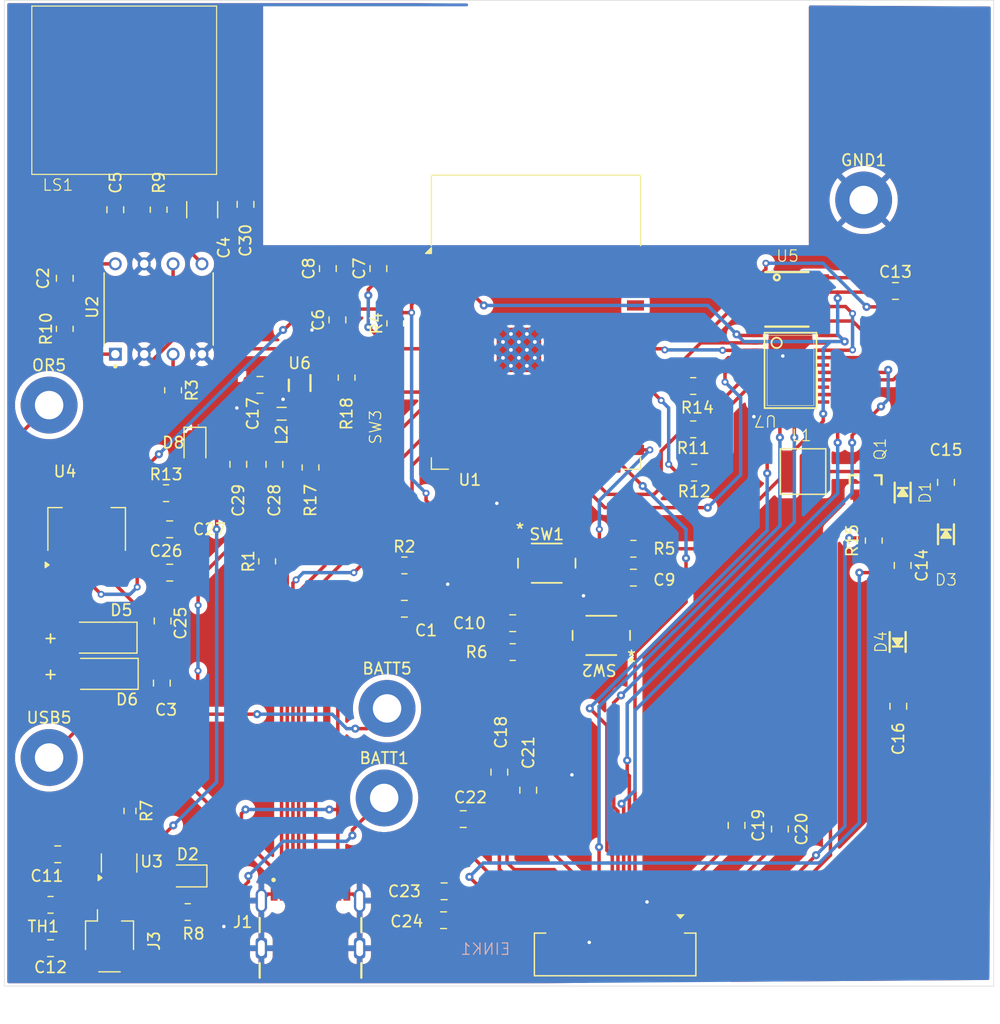
<source format=kicad_pcb>
(kicad_pcb (version 20240108) (generator "pcbnew") (generator_version "8.0")
  (layers (0 "F.Cu" signal) (31 "B.Cu" signal) (34 "B.Paste" user) (35 "F.Paste" user) (36 "B.SilkS" user "B.Silkscreen") (37 "F.SilkS" user "F.Silkscreen") (38 "B.Mask" user) (39 "F.Mask" user) (44 "Edge.Cuts" user))
  (net 0 "")
  (net 1 "GND")
  (net 2 "+5V")
  (net 3 "Net-(C2-Pad2)")
  (net 4 "Net-(C2-Pad1)")
  (net 5 "Net-(C5-Pad1)")
  (net 6 "CHIP_PU")
  (net 7 "+3.3V")
  (net 8 "GPIO0")
  (net 9 "/BATTERY")
  (net 10 "/VGH")
  (net 11 "Net-(L1-1)")
  (net 12 "Net-(C15-Pad2)")
  (net 13 "/VGL")
  (net 14 "Net-(EINK1-VPP)")
  (net 15 "Net-(EINK1-VSH2)")
  (net 16 "Net-(EINK1-VGL{slash}NC)")
  (net 17 "Net-(EINK1-VDD)")
  (net 18 "Net-(EINK1-VSH1)")
  (net 19 "Net-(EINK1-VSL)")
  (net 20 "Net-(EINK1-VCOM)")
  (net 21 "Net-(D2-A)")
  (net 22 "Net-(D8-A)")
  (net 23 "/RESE")
  (net 24 "/BUSY")
  (net 25 "/MOSI_3V")
  (net 26 "/DC_3V")
  (net 27 "/RESET_3V")
  (net 30 "/GDR")
  (net 31 "/DISPCS_3V")
  (net 32 "/SCLK_3V")
  (net 33 "D+")
  (net 35 "D-")
  (net 36 "Net-(J1-CC1)")
  (net 38 "Net-(J1-CC2)")
  (net 39 "Audio")
  (net 40 "Net-(U3-ISET)")
  (net 41 "Net-(R10-Pad1)")
  (net 42 "/SRAMCS")
  (net 43 "Net-(U1-IO48)")
  (net 44 "Net-(U1-IO38)")
  (net 45 "/RESET")
  (net 46 "/DISPCS")
  (net 47 "Net-(U1-IO39)")
  (net 48 "Net-(SW3A-A)")
  (net 49 "Net-(SW3A-B)")
  (net 50 "Net-(U3-TS)")
  (net 53 "/MOSI")
  (net 54 "/SCLK")
  (net 55 "/DC")
  (net 56 "/MISO")
  (net 77 "/SRAMCS_3V")
  (net 82 "/BATTERY5")
  (net 83 "Net-(U6-FB)")
  (net 85 "Net-(U6-SW)")
  (net 86 "Net-(C30-Pad1)")
  (net 87 "Net-(C30-Pad2)")
  (net 88 "/USB5")
  (footprint "Capacitor_SMD:C_0805_2012Metric" (layer "F.Cu") (at 103.2 100.77 90)
    (property "Reference" "C25")
    (property "Value" "0.1uF" (hide yes))
  )
  (footprint "Capacitor_SMD:C_0805_2012Metric" (layer "F.Cu") (at 117.729 69.784 90)
    (property "Reference" "C8")
    (property "Value" "10uF" (hide yes))
  )
  (footprint "Capacitor_SMD:C_0805_2012Metric" (layer "F.Cu") (at 144.5975 96.96)
    (property "Reference" "C9")
    (property "Value" "0.1uF" (hide yes))
  )
  (footprint "Resistor_SMD:R_0805_2012Metric" (layer "F.Cu") (at 102.85 64.61 90)
    (property "Reference" "R9")
    (property "Value" "10" (hide yes))
  )
  (footprint "Capacitor_SMD:C_0805_2012Metric" (layer "F.Cu") (at 124.46 99.695)
    (property "Reference" "C1")
    (property "Value" "10uF" (hide yes))
  )
  (footprint "MountingHole:MountingHole_2.5mm_Pad" (layer "F.Cu") (at 93.218 81.788)
    (property "Reference" "OR5")
    (property "Value" "TestPoint" (hide yes))
  )
  (footprint "Package_TO_SOT_SMD:SOT-223-3_TabPin2" (layer "F.Cu") (at 96.52 92.71 90)
    (property "Reference" "U4")
    (property "Value" "AMS1117-1.5" (hide yes))
  )
  (footprint "Resistor_SMD:R_0805_2012Metric" (layer "F.Cu") (at 105.41 126.365)
    (property "Reference" "R8")
    (property "Value" "1.5k" (hide yes))
  )
  (footprint "Resistor_SMD:R_0805_2012Metric" (layer "F.Cu") (at 149.86 80.11 180)
    (property "Reference" "R14")
    (property "Value" "100K" (hide yes))
  )
  (footprint "Adafruit Display Components:PTS810_CNK" (layer "F.Cu") (at 136.9775 95.69)
    (property "Reference" "SW1")
    (property "Value" "PTS810 SJM 250 SMTR LFS" (hide yes))
  )
  (footprint "Adafruit Display Components:LM386" (layer "F.Cu") (at 102.85 73.34 90)
    (property "Reference" "U2")
    (property "Value" "LM386" (hide yes))
  )
  (footprint "MountingHole:MountingHole_2.5mm_Pad" (layer "F.Cu") (at 93.218 112.776)
    (property "Reference" "USB5")
    (property "Value" "TestPoint" (hide yes))
  )
  (footprint "Capacitor_SMD:C_0805_2012Metric" (layer "F.Cu") (at 111.76 80.01 180)
    (property "Reference" "C17")
    (property "Value" "10uF")
  )
  (footprint "Capacitor_SMD:C_0805_2012Metric" (layer "F.Cu") (at 99.04 64.61 -90)
    (property "Reference" "C5")
    (property "Value" "0.05uF" (hide yes))
  )
  (footprint "Resistor_SMD:R_0805_2012Metric" (layer "F.Cu") (at 112.395 95.5275 90)
    (property "Reference" "R1")
    (property "Value" "5.1k" (hide yes))
  )
  (footprint "Capacitor_SMD:C_0805_2012Metric" (layer "F.Cu") (at 157.48 119.065 -90)
    (property "Reference" "C20")
    (property "Value" "1uF" (hide yes))
  )
  (footprint "Capacitor_SMD:C_0805_2012Metric" (layer "F.Cu") (at 94.595 70.64 -90)
    (property "Reference" "C2")
    (property "Value" "10uF" (hide yes))
  )
  (footprint "Resistor_SMD:R_0805_2012Metric" (layer "F.Cu") (at 94.595 75.085 90)
    (property "Reference" "R10")
    (property "Value" "1.2k" (hide yes))
  )
  (footprint "Package_TO_SOT_SMD:SOT-23-6" (layer "F.Cu") (at 99.375 122.0525 90)
    (property "Reference" "U3")
    (property "Value" "BQ21040DBV" (hide yes))
  )
  (footprint "Adafruit Display Components:74LCX245" (layer "F.Cu") (at 165.8294 78.9262 -90)
    (property "Reference" "U7")
    (property "Value" "74LCX245" (hide yes))
  )
  (footprint "Resistor_SMD:R_0805_2012Metric" (layer "F.Cu") (at 124.46 95.885)
    (property "Reference" "R2")
    (property "Value" "5.1k" (hide yes))
  )
  (footprint "Resistor_SMD:R_0805_2012Metric" (layer "F.Cu") (at 133.985 103.505)
    (property "Reference" "R6")
    (property "Value" "10k" (hide yes))
  )
  (footprint "Resistor_SMD:R_0805_2012Metric" (layer "F.Cu") (at 119.38 79.375 90)
    (property "Reference" "R18")
    (property "Value" "100k")
  )
  (footprint "Connector_JST:JST_SH_SM02B-SRSS-TB_1x02-1MP_P1.00mm_Horizontal" (layer "F.Cu") (at 98.53 128.935)
    (property "Reference" "J3")
    (property "Value" "Conn_01x02_Socket" (hide yes))
  )
  (footprint "Smart-Wallet-Footprints:DRL0006A" (layer "F.Cu") (at 115.25 80.05 -90)
    (property "Reference" "U6")
    (property "Value" "TPS61023DRLR")
  )
  (footprint "Capacitor_SMD:C_0805_2012Metric" (layer "F.Cu") (at 127.905 127.08)
    (property "Reference" "C24")
    (property "Value" "1uF" (hide yes))
  )
  (footprint "Diode_SMD:D_SOD-128" (layer "F.Cu") (at 97.79 102.235 180)
    (property "Reference" "D5")
    (property "Value" "D_Schottky" (hide yes))
  )
  (footprint "Resistor_SMD:R_0805_2012Metric" (layer "F.Cu") (at 104.12 80.485 -90)
    (property "Reference" "R3")
    (property "Value" "10k" (hide yes))
  )
  (footprint "Adafruit Display Components:EINK_24PIN" (layer "F.Cu") (at 144.59 135.965 180)
    (property "Reference" "EINK1")
    (property "Value" "EINK_24PIN_CONNECTOR" (hide yes))
  )
  (footprint "Adafruit Display Components:Inductor L1" (layer "F.Cu") (at 160.015 92.83 180)
    (property "Reference" "L1")
    (property "Value" "10uH" (hide yes))
  )
  (footprint "Capacitor_SMD:C_0805_2012Metric" (layer "F.Cu") (at 153.67 118.745 -90)
    (property "Reference" "C19")
    (property "Value" "1uF" (hide yes))
  )
  (footprint "Capacitor_SMD:C_0805_2012Metric" (layer "F.Cu") (at 93.345 129.54 180)
    (property "Reference" "C12")
    (property "Value" "1uF" (hide yes))
  )
  (footprint "Resistor_SMD:R_0805_2012Metric" (layer "F.Cu") (at 123.66 74.605 90)
    (property "Reference" "R4")
    (property "Value" "10k" (hide yes))
  )
  (footprint "Capacitor_SMD:C_0805_2012Metric" (layer "F.Cu") (at 103.13 106.23 -90)
    (property "Reference" "C3")
    (property "Value" "10uF" (hide yes))
  )
  (footprint "MountingHole:MountingHole_2.5mm_Pad" (layer "F.Cu") (at 122.682 116.332)
    (property "Reference" "BATT1")
    (property "Value" "TestPoint" (hide yes))
  )
  (footprint "Adafruit Display Components:MBR0530" (layer "F.Cu") (at 172.775 89.68 -90)
    (property "Reference" "D1")
    (property "Value" "MBR0530" (hide yes))
  )
  (footprint "Adafruit Display Components:MBR0530" (layer "F.Cu") (at 163.3362 102.416 90)
    (property "Reference" "D4")
    (property "Value" "MBR0530" (hide yes))
  )
  (footprint "Capacitor_SMD:C_0805_2012Metric" (layer "F.Cu") (at 118.57 74.295 -90)
    (property "Reference" "C6")
    (property "Value" "1uF" (hide yes))
  )
  (footprint "Diode_SMD:D_SOD-128" (layer "F.Cu") (at 97.89 105.42 180)
    (property "Reference" "D6")
    (property "Value" "D_Schottky" (hide yes))
  )
  (footprint "Capacitor_SMD:C_0805_2012Metric" (layer "F.Cu") (at 167.64 71.755)
    (property "Reference" "C13")
    (property "Value" "1uF" (hide yes))
  )
  (footprint "MountingHole:MountingHole_2.5mm_Pad" (layer "F.Cu") (at 122.936 108.458)
    (property "Reference" "BATT5")
    (property "Value" "TestPoint" (hide yes))
  )
  (footprint "Resistor_SMD:R_0805_2012Metric" (layer "F.Cu") (at 144.5975 94.42 180)
    (property "Reference" "R5")
    (property "Value" "10k" (hide yes))
  )
  (footprint "LED_SMD:LED_0805_2012Metric" (layer "F.Cu") (at 105.41 123.19 180)
    (property "Reference" "D2")
    (property "Value" "LED" (hide yes))
  )
  (footprint "Capacitor_SMD:C_0805_2012Metric" (layer "F.Cu") (at 167.894 108.27 -90)
    (property "Reference" "C16")
    (property "Value" "1uF" (hide yes))
  )
  (footprint "Capacitor_SMD:C_0805_2012Metric" (layer "F.Cu") (at 113.03 86.995 -90)
    (property "Reference" "C28")
    (property "Value" "22uF")
  )
  (footprint "Capacitor_SMD:C_0805_2012Metric" (layer "F.Cu") (at 103.82 92.71)
    (property "Reference" "C27")
    (property "Value" "0.1uF" (hide yes))
  )
  (footprint "Capacitor_SMD:C_0805_2012Metric" (layer "F.Cu") (at 127.955 124.54)
    (property "Reference" "C23")
    (property "Value" "1uF" (hide yes))
  )
  (footprint "Capacitor_SMD:C_0805_2012Metric" (layer "F.Cu") (at 109.855 86.995 -90)
    (property "Reference" "C29")
    (property "Value" "22uF")
  )
  (footprint "LED_SMD:LED_0805_2012Metric" (layer "F.Cu") (at 106.045 85.4225 -90)
    (property "Reference" "D8")
    (property "Value" "LED" (hide yes))
  )
  (footprint "MountingHole:MountingHole_2.5mm_Pad" (layer "F.Cu") (at 164.846 63.754)
    (property "Reference" "GND1")
    (property "Value" "TestPoint" (hide yes))
  )
  (footprint "Capacitor_SMD:C_0805_2012Metric" (layer "F.Cu") (at 172.085 88.58 -90)
    (property "Reference" "C15")
    (property "Value" "10uF" (hide yes))
  )
  (footprint "Resistor_SMD:R_0805_2012Metric" (layer "F.Cu") (at 93.345 125.73 180)
    (property "Reference" "TH1")
    (property "Value" "Thermistor_NTC" (hide yes))
  )
  (footprint "Capacitor_SMD:C_0805_2012Metric" (layer "F.Cu") (at 122.174 69.784 90)
    (property "Reference" "C7")
    (property "Value" "0.1 uF" (hide yes))
  )
  (footprint "Capacitor_SMD:C_0805_2012Metric" (layer "F.Cu") (at 103.825 96.52)
    (property "Reference" "C26")
    (property "Value" "10uF" (hide yes))
  )
  (footprint "Inductor_SMD:L_0805_2012Metric" (layer "F.Cu") (at 113.665 82.55)
    (property "Reference" "L2")
    (property "Value" "1uH")
  )
  (footprint "Resistor_SMD:R_0805_2012Metric" (layer "F.Cu") (at 116.205 87.2725 90)
    (property "Reference" "R17")
    (property "Value" "732k")
  )
  (footprint "RF_Module:ESP32-S3-WROOM-1" (layer "F.Cu") (at 136.03 74.475)
    (property "Reference" "U1")
    (property "Value" "ESP32-S3-WROOM-1" (hide yes))
  )
  (footprint "Adafruit Display Components:Q1 IRLML0100" (layer "F.Cu") (at 164.6945 82.382)
    (property "Reference" "Q1")
    (property "Value" "IRLML0100" (hide yes))
  )
  (footprint "Adafruit Display Components:PTS810_CNK" (layer "F.Cu") (at 141.775 102.04 180)
    (property "Reference" "SW2")
    (property "Value" "PTS810 SJM 250 SMTR LFS" (hide yes))
  )
  (footprint "Capacitor_SMD:C_0805_2012Metric" (layer "F.Cu") (at 110.49 64.135 90)
    (property "Reference" "C30")
    (property "Value" "100uF")
  )
  (footprint "Adafruit Display Components:23k256" (layer "F.Cu") (at 165.878 72.633 -90)
    (property "Reference" "U5")
    (property "Value" "23K256-I/SN" (hide yes))
  )
  (footprint "Resistor_SMD:R_0805_2012Metric" (layer "F.Cu") (at 103.505 89.535)
    (property "Reference" "R13")
    (property "Value" "3.6" (hide yes))
  )
  (footprint "Smart-Wallet-Footprints:USB4105-GF-A_GCT" (layer "F.Cu") (at 116.205 129.54)
    (property "Reference" "J1")
    (property "Value" "USB4105-GF-A")
  )
  (footprint "Capacitor_SMD:C_0805_2012Metric" (layer "F.Cu") (at 168.275 95.885 -90)
    (property "Reference" "C14")
    (property "Value" "1uF" (hide yes))
  )
  (footprint "Capacitor_SMD:C_1210_3225Metric" (layer "F.Cu") (at 106.68 64.61 -90)
    (property "Reference" "C4")
    (property "Value" "150uF")
  )
  (footprint "Resistor_SMD:R_0603_1608Metric" (layer "F.Cu") (at 100.33 117.475 90)
    (property "Reference" "R7")
    (property "Value" "1.35k" (hide yes))
  )
  (footprint "Resistor_SMD:R_0805_2012Metric" (layer "F.Cu") (at 149.94 87.73 180)
    (property "Reference" "R12")
    (property "Value" "100K" (hide yes))
  )
  (footprint "Capacitor_SMD:C_0805_2012Metric" (layer "F.Cu") (at 135.35 115.65 -90)
    (property "Reference" "C21")
    (property "Value" "1uF" (hide yes))
  )
  (footprint "Capacitor_SMD:C_0805_2012Metric" (layer "F.Cu") (at 133.985 100.965 180)
    (property "Reference" "C10")
    (property "Value" "0.1uF" (hide yes))
  )
  (footprint "Smart-Wallet-Footprints:CMS-151504 Speaker" (layer "F.Cu") (at 99.822 54.102)
    (property "Reference" "LS1")
    (property "Value" "Speaker" (hide yes))
  )
  (footprint "Capacitor_SMD:C_0805_2012Metric" (layer "F.Cu") (at 132.81 114.06 -90)
    (property "Reference" "C18")
    (property "Value" "1uF" (hide yes))
  )
  (footprint "Capacitor_SMD:C_0805_2012Metric" (layer "F.Cu") (at 129.635 118.19)
    (property "Reference" "C22")
    (property "Value" "1uF" (hide yes))
  )
  (footprint "Adafruit Display Components:MBR0530" (layer "F.Cu") (at 176.585 93.346 -90)
    (property "Reference" "D3")
    (property "Value" "MBR0530" (hide yes))
  )
  (footprint "Capacitor_SMD:C_0805_2012Metric" (layer "F.Cu") (at 93.98 121.285 180)
    (property "Reference" "C11")
    (property "Value" "1uF" (hide yes))
  )
  (footprint "Resistor_SMD:R_0805_2012Metric" (layer "F.Cu") (at 149.86 83.92 180)
    (property "Reference" "R11")
    (property "Value" "100K" (hide yes))
  )
  (footprint "Resistor_SMD:R_0805_2012Metric" (layer "F.Cu") (at 165.735 93.7025 -90)
    (property "Reference" "R15")
    (property "Value" "0.47ohm" (hide yes))
  )
  (footprint "Smart-Wallet-Footprints:MISM-7LR-6-10 REED" (layer "F.Cu") (at 121.92 83.82 -90)
    (property "Reference" "SW3")
    (property "Value" "SW_DPST_x2" (hide yes))
  )
  (gr_rect (start 89.2846 46.1937) (end 176.276 132.8763) (stroke (width 0.05)) (fill none) (layer "Edge.Cuts"))
  (gr_text "+" (at 93.345 102.235 0) (layer "F.SilkS") (effects (font (size 1 1))))
  (gr_text "+" (at 93.345 105.41 0) (layer "F.SilkS") (effects (font (size 1 1))))
  (segment (start 145.24 127.715) (end 145.24 126.032) (width 0.3048) (layer "F.Cu") (net 1))
  (segment (start 112.46 124.785) (end 111.885 125.36) (width 0.3048) (layer "F.Cu") (net 1))
  (segment (start 119.95 124.785) (end 120.525 125.36) (width 0.3048) (layer "F.Cu") (net 1))
  (segment (start 143.85 103.115) (end 144.535 103.115) (width 0.3048) (layer "F.Cu") (net 1))
  (segment (start 145.24 126.032) (end 145.796 125.476) (width 0.3048) (layer "F.Cu") (net 1))
  (segment (start 140.74 127.715) (end 140.74 129.008) (width 0.3048) (layer "F.Cu") (net 1))
  (segment (start 133.6075 96.765) (end 134.9025 96.765) (width 0.3048) (layer "F.Cu") (net 1))
  (segment (start 114.750001 80.790001) (end 114.281999 80.790001) (width 0.3048) (layer "F.Cu") (net 1))
  (segment (start 145.796 125.476) (end 145.669 125.603) (width 0.3048) (layer "F.Cu") (net 1))
  (segment (start 145.415 101.6) (end 144.78 100.965) (width 0.3048) (layer "F.Cu") (net 1))
  (segment (start 133.1675 95.69) (end 133.1675 96.325) (width 0.3048) (layer "F.Cu") (net 1))
  (segment (start 119.405 124.785) (end 119.95 124.785) (width 0.3048) (layer "F.Cu") (net 1))
  (segment (start 114.281999 80.790001) (end 113.792 81.28) (width 0.3048) (layer "F.Cu") (net 1))
  (segment (start 144.78 100.965) (end 143.85 100.965) (width 0.3048) (layer "F.Cu") (net 1))
  (segment (start 133.1675 96.325) (end 133.6075 96.765) (width 0.3048) (layer "F.Cu") (net 1))
  (segment (start 161.33 76.315) (end 158.889 76.315) (width 0.3048) (layer "F.Cu") (net 1))
  (segment (start 134.2425 94.615) (end 133.1675 95.69) (width 0.3048) (layer "F.Cu") (net 1))
  (segment (start 144.535 103.115) (end 145.415 102.235) (width 0.3048) (layer "F.Cu") (net 1))
  (segment (start 145.415 102.235) (end 145.415 101.6) (width 0.3048) (layer "F.Cu") (net 1))
  (segment (start 158.889 76.315) (end 157.734 77.47) (width 0.3048) (layer "F.Cu") (net 1))
  (segment (start 140.74 129.008) (end 140.716 129.032) (width 0.3048) (layer "F.Cu") (net 1))
  (segment (start 113.005 124.785) (end 112.46 124.785) (width 0.3048) (layer "F.Cu") (net 1))
  (segment (start 134.9025 94.615) (end 134.2425 94.615) (width 0.3048) (layer "F.Cu") (net 1))
  (via (at 139.192 114.3) (size 0.7112) (drill 0.3048) (layers "F.Cu" "B.Cu") (net 1))
  (via (at 132.588 90.424) (size 0.7112) (drill 0.3048) (layers "F.Cu" "B.Cu") (net 1))
  (via (at 157.734 77.47) (size 0.7112) (drill 0.3048) (layers "F.Cu" "B.Cu") (net 1))
  (via (at 116.332 75.184) (size 0.7112) (drill 0.3048) (layers "F.Cu" "B.Cu") (net 1))
  (via (at 155.194 82.804) (size 0.7112) (drill 0.3048) (layers "F.Cu" "B.Cu") (net 1))
  (via (at 145.796 125.476) (size 0.7112) (drill 0.3048) (layers "F.Cu" "B.Cu") (net 1))
  (via (at 140.208 98.552) (size 0.7112) (drill 0.3048) (layers "F.Cu" "B.Cu") (net 1))
  (via (at 128.27 97.536) (size 0.7112) (drill 0.3048) (layers "F.Cu" "B.Cu") (net 1))
  (via (at 109.728 82.042) (size 0.7112) (drill 0.3048) (layers "F.Cu" "B.Cu") (net 1))
  (via (at 113.792 81.28) (size 0.7112) (drill 0.3048) (layers "F.Cu" "B.Cu") (net 1))
  (via (at 108.585 127.635) (size 0.7112) (drill 0.3048) (layers "F.Cu" "B.Cu") (net 1))
  (via (at 140.716 129.032) (size 0.7112) (drill 0.3048) (layers "F.Cu" "B.Cu") (net 1))
  (segment (start 113.792 81.28) (end 110.49 81.28) (width 0.3048) (layer "B.Cu") (net 1))
  (segment (start 110.49 81.28) (end 109.728 82.042) (width 0.3048) (layer "B.Cu") (net 1))
  (segment (start 99.055 96.095) (end 98.82 95.86) (width 0.3048) (layer "F.Cu") (net 2))
  (segment (start 103.2 105.21) (end 103.13 105.28) (width 0.3048) (layer "F.Cu") (net 2))
  (segment (start 98.935 97.455) (end 103.2 101.72) (width 0.3048) (layer "F.Cu") (net 2))
  (segment (start 90.932 96.52) (end 93.98 99.568) (width 0.3048) (layer "F.Cu") (net 2))
  (segment (start 104.12 76.043996) (end 104.112008 76.043996) (width 0.3048) (layer "F.Cu") (net 2))
  (segment (start 99.99 102.235) (end 101.6 102.235) (width 0.3048) (layer "F.Cu") (net 2))
  (segment (start 90.932 84.074) (end 90.932 96.52) (width 0.3048) (layer "F.Cu") (net 2))
  (segment (start 97.323 99.568) (end 99.99 102.235) (width 0.3048) (layer "F.Cu") (net 2))
  (segment (start 94.2898 91.3298) (end 94.2898 87.376) (width 0.3048) (layer "F.Cu") (net 2))
  (segment (start 101.6 105.42) (end 102.99 105.42) (width 0.3048) (layer "F.Cu") (net 2))
  (segment (start 104.12 69.37) (end 104.12 76.043996) (width 0.3048) (layer "F.Cu") (net 2))
  (segment (start 98.82 95.86) (end 94.2898 91.3298) (width 0.3048) (layer "F.Cu") (net 2))
  (segment (start 102.99 105.42) (end 103.13 105.28) (width 0.3048) (layer "F.Cu") (net 2))
  (segment (start 94.2898 87.3202) (end 94.2898 87.376) (width 0.3048) (layer "F.Cu") (net 2))
  (segment (start 104.112008 76.043996) (end 102.362 77.794004) (width 0.3048) (layer "F.Cu") (net 2))
  (segment (start 102.685 102.235) (end 103.2 101.72) (width 0.3048) (layer "F.Cu") (net 2))
  (segment (start 100.09 105.42) (end 101.6 105.42) (width 0.3048) (layer "F.Cu") (net 2))
  (segment (start 103.2 101.72) (end 103.2 105.21) (width 0.3048) (layer "F.Cu") (net 2))
  (segment (start 98.82 95.86) (end 98.935 95.975) (width 0.3048) (layer "F.Cu") (net 2))
  (segment (start 93.218 81.788) (end 90.932 84.074) (width 0.3048) (layer "F.Cu") (net 2))
  (segment (start 101.6 102.235) (end 102.685 102.235) (width 0.3048) (layer "F.Cu") (net 2))
  (segment (start 93.98 99.568) (end 97.323 99.568) (width 0.3048) (layer "F.Cu") (net 2))
  (segment (start 101.6 102.235) (end 101.6 105.42) (width 0.3048) (layer "F.Cu") (net 2))
  (segment (start 99.99 102.235) (end 100.09 102.335) (width 0.3048) (layer "F.Cu") (net 2))
  (segment (start 92.456 82.296) (end 91.44 83.312) (width 0.3048) (layer "F.Cu") (net 2))
  (segment (start 98.935 95.975) (end 98.935 97.455) (width 0.3048) (layer "F.Cu") (net 2))
  (segment (start 102.362 77.794004) (end 102.362 79.248) (width 0.3048) (layer "F.Cu") (net 2))
  (segment (start 102.362 79.248) (end 94.2898 87.3202) (width 0.3048) (layer "F.Cu") (net 2))
  (segment (start 94.595 74.1725) (end 94.595 71.59) (width 0.3048) (layer "F.Cu") (net 3))
  (segment (start 94.915 69.37) (end 94.595 69.69) (width 0.3048) (layer "F.Cu") (net 4))
  (segment (start 99.04 69.37) (end 94.915 69.37) (width 0.3048) (layer "F.Cu") (net 4))
  (segment (start 99.0775 63.6975) (end 99.04 63.66) (width 0.3048) (layer "F.Cu") (net 5))
  (segment (start 102.85 63.6975) (end 99.0775 63.6975) (width 0.3048) (layer "F.Cu") (net 5))
  (segment (start 136.525 103.505) (end 134.8975 103.505) (width 0.3048) (layer "F.Cu") (net 6))
  (segment (start 131.445 95.25) (end 126.365 90.17) (width 0.3048) (layer "F.Cu") (net 6))
  (segment (start 137.795 101.6) (end 137.795 102.235) (width 0.3048) (layer "F.Cu") (net 6))
  (segment (start 125.095 72.936) (end 126.276 71.755) (width 0.3048) (layer "F.Cu") (net 6))
  (segment (start 138.43 100.965) (end 137.795 101.6) (width 0.3048) (layer "F.Cu") (net 6))
  (segment (start 123.6925 73.66) (end 123.66 73.6925) (width 0.3048) (layer "F.Cu") (net 6))
  (segment (start 139.7 100.965) (end 138.43 100.965) (width 0.3048) (layer "F.Cu") (net 6))
  (segment (start 138.675 103.115) (end 139.7 103.115) (width 0.3048) (layer "F.Cu") (net 6))
  (segment (start 137.795 102.235) (end 136.525 103.505) (width 0.3048) (layer "F.Cu") (net 6))
  (segment (start 132.08 98.425) (end 131.445 97.79) (width 0.3048) (layer "F.Cu") (net 6))
  (segment (start 126.365 90.17) (end 126.365 89.535) (width 0.3048) (layer "F.Cu") (net 6))
  (segment (start 131.445 97.79) (end 131.445 95.25) (width 0.3048) (layer "F.Cu") (net 6))
  (segment (start 134.62 98.425) (end 132.08 98.425) (width 0.3048) (layer "F.Cu") (net 6))
  (segment (start 137.795 102.235) (end 138.675 103.115) (width 0.3048) (layer "F.Cu") (net 6))
  (segment (start 118.57 73.345) (end 123.3125 73.345) (width 0.3048) (layer "F.Cu") (net 6))
  (segment (start 125.095 73.66) (end 125.095 72.936) (width 0.3048) (layer "F.Cu") (net 6))
  (segment (start 123.3125 73.345) (end 123.66 73.6925) (width 0.3048) (layer "F.Cu") (net 6))
  (segment (start 137.795 101.6) (end 135.57 101.6) (width 0.3048) (layer "F.Cu") (net 6))
  (segment (start 135.57 101.6) (end 134.935 100.965) (width 0.3048) (layer "F.Cu") (net 6))
  (segment (start 125.095 73.66) (end 123.6925 73.66) (width 0.3048) (layer "F.Cu") (net 6))
  (segment (start 137.795 101.6) (end 134.62 98.425) (width 0.3048) (layer "F.Cu") (net 6))
  (segment (start 126.276 71.755) (end 127.28 71.755) (width 0.3048) (layer "F.Cu") (net 6))
  (via (at 125.095 73.66) (size 0.6096) (drill 0.3048) (layers "F.Cu" "B.Cu") (net 6))
  (via (at 126.365 89.535) (size 0.6096) (drill 0.3048) (layers "F.Cu" "B.Cu") (net 6))
  (segment (start 125.095 88.265) (end 125.095 73.66) (width 0.3048) (layer "B.Cu") (net 6))
  (segment (start 126.365 89.535) (end 125.095 88.265) (width 0.3048) (layer "B.Cu") (net 6))
  (segment (start 122.174 70.734) (end 127.031 70.734) (width 0.3048) (layer "F.Cu") (net 7))
  (segment (start 101.346 87.63) (end 102.87 86.106) (width 0.3048) (layer "F.Cu") (net 7))
  (segment (start 100.965 92.71) (end 100.965 89.535) (width 0.3048) (layer "F.Cu") (net 7))
  (segment (start 100.33 86.995) (end 97.155 86.995) (width 0.3048) (layer "F.Cu") (net 7))
  (segment (start 158.115 87.63) (end 158.115 86.38) (width 0.3048) (layer "F.Cu") (net 7))
  (segment (start 144.7173 95.2127) (end 145.51 94.42) (width 0.3048) (layer "F.Cu") (net 7))
  (segment (start 100.965 96.52) (end 100.965 92.71) (width 0.3048) (layer "F.Cu") (net 7))
  (segment (start 100.965 89.535) (end 100.965 87.63) (width 0.3048) (layer "F.Cu") (net 7))
  (segment (start 100.965 97.79) (end 100.965 96.52) (width 0.3048) (layer "F.Cu") (net 7))
  (segment (start 160.695 71.855) (end 162.56 71.855) (width 0.3048) (layer "F.Cu") (net 7))
  (segment (start 141.74 125.3727) (end 141.74 127.715) (width 0.3048) (layer "F.Cu") (net 7))
  (segment (start 134.1027 104.5352) (end 139.8128 104.5352) (width 0.3048) (layer "F.Cu") (net 7))
  (segment (start 166.59 71.855) (end 166.69 71.755) (width 0.3048) (layer "F.Cu") (net 7))
  (segment (start 141.24 127.08) (end 141.24 124.8727) (width 0.3048) (layer "F.Cu") (net 7))
  (segment (start 100.965 87.63) (end 100.33 86.995) (width 0.3048) (layer "F.Cu") (net 7))
  (segment (start 121.285 72.136) (end 121.285 71.623) (width 0.3048) (layer "F.Cu") (net 7))
  (segment (start 163.17785 76.2) (end 162.64285 75.665) (width 0.3048) (layer "F.Cu") (net 7))
  (segment (start 161.29 83.205) (end 161.29 82.55) (width 0.3048) (layer "F.Cu") (net 7))
  (segment (start 121.8725 75.5175) (end 121.285 74.93) (width 0.3048) (layer "F.Cu") (net 7))
  (segment (start 137.7323 121.365) (end 141.24 124.8727) (width 0.3048) (layer "F.Cu") (net 7))
  (segment (start 117.729 70.734) (end 117.729 71.321) (width 0.3048) (layer "F.Cu") (net 7))
  (segment (start 127.031 70.734) (end 127.28 70.485) (width 0.3048) (layer "F.Cu") (net 7))
  (segment (start 131.445 73.025) (end 128.905 70.485) (width 0.3048) (layer "F.Cu") (net 7))
  (segment (start 142.9991 101.3489) (end 142.9991 99.160854) (width 0.3048) (layer "F.Cu") (net 7))
  (segment (start 97.155 86.995) (end 96.52 87.63) (width 0.3048) (layer "F.Cu") (net 7))
  (segment (start 121.285 71.623) (end 122.174 70.734) (width 0.3048) (layer "F.Cu") (net 7))
  (segment (start 165.52 70.585) (end 166.69 71.755) (width 0.3048) (layer "F.Cu") (net 7))
  (segment (start 117.729 70.734) (end 122.174 70.734) (width 0.3048) (layer "F.Cu") (net 7))
  (segment (start 162.64285 75.665) (end 161.33 75.665) (width 0.3048) (layer "F.Cu") (net 7))
  (segment (start 142.9991 99.160854) (end 144.7173 97.442654) (width 0.3048) (layer "F.Cu") (net 7))
  (segment (start 117.729 71.321) (end 113.866 75.184) (width 0.3048) (layer "F.Cu") (net 7))
  (segment (start 133.0725 103.505) (end 137.7323 108.1648) (width 0.3048) (layer "F.Cu") (net 7))
  (segment (start 139.8128 104.5352) (end 142.9991 101.3489) (width 0.3048) (layer "F.Cu") (net 7))
  (segment (start 141.24 124.8727) (end 141.74 125.3727) (width 0.3048) (layer "F.Cu") (net 7))
  (segment (start 158.115 86.38) (end 161.29 83.205) (width 0.3048) (layer "F.Cu") (net 7))
  (segment (start 100.965 87.63) (end 101.346 87.63) (width 0.3048) (layer "F.Cu") (net 7))
  (segment (start 153.77 75.665) (end 153.67 75.565) (width 0.3048) (layer "F.Cu") (net 7))
  (segment (start 102.5925 89.535) (end 100.965 89.535) (width 0.3048) (layer "F.Cu") (net 7))
  (segment (start 113.866 75.184) (end 113.792 75.184) (width 0.3048) (layer "F.Cu") (net 7))
  (segment (start 155.4944 75.665) (end 153.77 75.665) (width 0.3048) (layer "F.Cu") (net 7))
  (segment (start 145.51 94.42) (end 151.325 94.42) (width 0.3048) (layer "F.Cu") (net 7))
  (segment (start 144.7173 97.442654) (end 144.7173 95.2127) (width 0.3048) (layer "F.Cu") (net 7))
  (segment (start 133.0725 103.505) (end 134.1027 104.5352) (width 0.3048) (layer "F.Cu") (net 7))
  (segment (start 123.66 75.5175) (end 121.8725 75.5175) (width 0.3048) (layer "F.Cu") (net 7))
  (segment (start 137.7323 108.1648) (end 137.7323 121.365) (width 0.3048) (layer "F.Cu") (net 7))
  (segment (start 128.905 70.485) (end 127.28 70.485) (width 0.3048) (layer "F.Cu") (net 7))
  (segment (start 162.56 71.855) (end 166.59 71.855) (width 0.3048) (layer "F.Cu") (net 7))
  (segment (start 96.52 87.63) (end 96.52 89.56) (width 0.3048) (layer "F.Cu") (net 7))
  (segment (start 160.695 70.585) (end 165.52 70.585) (width 0.3048) (layer "F.Cu") (net 7))
  (segment (start 162.56 71.855) (end 162.56 72.39) (width 0.3048) (layer "F.Cu") (net 7))
  (segment (start 96.52 95.86) (end 96.52 97.155) (width 0.3048) (layer "F.Cu") (net 7))
  (segment (start 103.19 92.71) (end 100.965 92.71) (width 0.3048) (layer "F.Cu") (net 7))
  (segment (start 102.875 96.52) (end 100.965 96.52) (width 0.3048) (layer "F.Cu") (net 7))
  (segment (start 151.325 94.42) (end 158.115 87.63) (width 0.3048) (layer "F.Cu") (net 7))
  (segment (start 96.52 97.155) (end 97.79 98.425) (width 0.3048) (layer "F.Cu") (net 7))
  (via (at 121.285 74.93) (size 0.7112) (drill 0.3048) (layers "F.Cu" "B.Cu") (net 7))
  (via (at 153.67 75.565) (size 0.7112) (drill 0.3048) (layers "F.Cu" "B.Cu") (net 7))
  (via (at 102.87 86.106) (size 0.7112) (drill 0.3048) (layers "F.Cu" "B.Cu") (net 7))
  (via (at 163.17785 76.2) (size 0.7112) (drill 0.3048) (layers "F.Cu" "B.Cu") (net 7))
  (via (at 113.792 75.184) (size 0.7112) (drill 0.3048) (layers "F.Cu" "B.Cu") (net 7))
  (via (at 131.445 73.025) (size 0.7112) (drill 0.3048) (layers "F.Cu" "B.Cu") (net 7))
  (via (at 97.79 98.425) (size 0.6096) (drill 0.3048) (layers "F.Cu" "B.Cu") (net 7))
  (via (at 161.29 82.55) (size 0.7112) (drill 0.3048) (layers "F.Cu" "B.Cu") (net 7))
  (via (at 121.285 72.136) (size 0.7112) (drill 0.3048) (layers "F.Cu" "B.Cu") (net 7))
  (via (at 162.56 72.39) (size 0.7112) (drill 0.3048) (layers "F.Cu" "B.Cu") (net 7))
  (via (at 100.965 97.79) (size 0.6096) (drill 0.3048) (layers "F.Cu" "B.Cu") (net 7))
  (segment (start 153.67 75.565) (end 151.13 73.025) (width 0.3048) (layer "B.Cu") (net 7))
  (segment (start 162.56 75.58215) (end 163.17785 76.2) (width 0.3048) (layer "B.Cu") (net 7))
  (segment (start 161.29 76.835) (end 161.925 76.2) (width 0.3048) (layer "B.Cu") (net 7))
  (segment (start 163.17785 76.2) (end 161.925 76.2) (width 0.3048) (layer "B.Cu") (net 7))
  (segment (start 154.305 76.2) (end 153.67 75.565) (width 0.3048) (layer "B.Cu") (net 7))
  (segment (start 162.56 72.39) (end 162.56 75.58215) (width 0.3048) (layer "B.Cu") (net 7))
  (segment (start 102.87 86.106) (end 113.792 75.184) (width 0.3048) (layer "B.Cu") (net 7))
  (segment (start 121.285 74.93) (end 121.285 72.136) (width 0.3048) (layer "B.Cu") (net 7))
  (segment (start 161.925 76.2) (end 154.305 76.2) (width 0.3048) (layer "B.Cu") (net 7))
  (segment (start 97.79 98.425) (end 100.33 98.425) (width 0.3048) (layer "B.Cu") (net 7))
  (segment (start 161.29 82.55) (end 161.29 76.835) (width 0.3048) (layer "B.Cu") (net 7))
  (segment (start 163.195 76.18285) (end 163.17785 76.2) (width 0.3048) (layer "B.Cu") (net 7))
  (segment (start 100.33 98.425) (end 100.965 97.79) (width 0.3048) (layer "B.Cu") (net 7))
  (segment (start 151.13 73.025) (end 131.445 73.025) (width 0.3048) (layer "B.Cu") (net 7))
  (segment (start 139.0525 96.765) (end 140.3475 96.765) (width 0.3048) (layer "F.Cu") (net 8))
  (segment (start 140.7875 96.325) (end 140.7875 95.055) (width 0.3048) (layer "F.Cu") (net 8))
  (segment (start 141.605 92.71) (end 141.605 94.2375) (width 0.3048) (layer "F.Cu") (net 8))
  (segment (start 142.6925 94.42) (end 143.685 94.42) (width 0.3048) (layer "F.Cu") (net 8))
  (segment (start 140.7875 96.325) (end 143.0125 96.325) (width 0.3048) (layer "F.Cu") (net 8))
  (segment (start 140.3475 96.765) (end 140.7875 96.325) (width 0.3048) (layer "F.Cu") (net 8))
  (segment (start 140.7875 95.055) (end 142.0575 95.055) (width 0.3048) (layer "F.Cu") (net 8))
  (segment (start 143.0125 96.325) (end 143.6475 96.96) (width 0.3048) (layer "F.Cu") (net 8))
  (segment (start 144.78 85.725) (end 146.05 85.725) (width 0.3048) (layer "F.Cu") (net 8))
  (segment (start 140.7875 95.055) (end 140.3475 94.615) (width 0.3048) (layer "F.Cu") (net 8))
  (segment (start 142.0575 95.055) (end 142.6925 94.42) (width 0.3048) (layer "F.Cu") (net 8))
  (segment (start 140.3475 94.615) (end 139.0525 94.615) (width 0.3048) (layer "F.Cu") (net 8))
  (segment (start 141.605 94.2375) (end 140.7875 95.055) (width 0.3048) (layer "F.Cu") (net 8))
  (via (at 141.605 92.71) (size 0.6096) (drill 0.3048) (layers "F.Cu" "B.Cu") (net 8))
  (via (at 146.05 85.725) (size 0.6096) (drill 0.3048) (layers "F.Cu" "B.Cu") (net 8))
  (segment (start 141.605 90.17) (end 141.605 90.805) (width 0.3048) (layer "B.Cu") (net 8))
  (segment (start 141.605 90.805) (end 141.605 92.71) (width 0.3048) (layer "B.Cu") (net 8))
  (segment (start 146.05 85.725) (end 141.605 90.17) (width 0.3048) (layer "B.Cu") (net 8))
  (segment (start 103.505 126.365) (end 102.235 125.095) (width 0.3048) (layer "F.Cu") (net 9))
  (segment (start 107.95 86.397546) (end 107.95 92.71) (width 0.3048) (layer "F.Cu") (net 9))
  (segment (start 112.71 80.325) (end 112.6025 80.4325) (width 0.3048) (layer "F.Cu") (net 9))
  (segment (start 105.5277 127.3952) (end 107.0468 127.3952) (width 0.3048) (layer "F.Cu") (net 9))
  (segment (start 119.888 119.634) (end 119.888 119.126) (width 0.3048) (layer "F.Cu") (net 9))
  (segment (start 101.8773 124.1827) (end 99.705201 124.1827) (width 0.3048) (layer "F.Cu") (net 9))
  (segment (start 104.14 118.745) (end 103.505 119.38) (width 0.3048) (layer "F.Cu") (net 9))
  (segment (start 99.375 124.815001) (end 99.375 123.19) (width 0.3048) (layer "F.Cu") (net 9))
  (segment (start 112.6025 82.55) (end 111.797546 82.55) (width 0.3048) (layer "F.Cu") (net 9))
  (segment (start 98.03 126.935) (end 98.03 126.160001) (width 0.3048) (layer "F.Cu") (net 9))
  (segment (start 99.654999 125.095) (end 99.375 124.815001) (width 0.3048) (layer "F.Cu") (net 9))
  (segment (start 114.750001 79.309999) (end 115.250003 79.309999) (width 0.3048) (layer "F.Cu") (net 9))
  (segment (start 104.4975 126.365) (end 105.5277 127.3952) (width 0.3048) (layer "F.Cu") (net 9))
  (segment (start 94.675 126.935) (end 98.03 126.935) (width 0.3048) (layer "F.Cu") (net 9))
  (segment (start 107.0468 127.3952) (end 110.744 123.698) (width 0.3048) (layer "F.Cu") (net 9))
  (segment (start 104.4975 126.365) (end 103.505 126.365) (width 0.3048) (layer "F.Cu") (net 9))
  (segment (start 112.71 80.01) (end 112.71 80.325) (width 0.3048) (layer "F.Cu") (net 9))
  (segment (start 112.71 80.01) (end 113.410001 79.309999) (width 0.3048) (layer "F.Cu") (net 9))
  (segment (start 94.295 129.54) (end 94.295 127.315) (width 0.3048) (layer "F.Cu") (net 9))
  (segment (start 98.03 126.160001) (end 99.375 124.815001) (width 0.3048) (layer "F.Cu") (net 9))
  (segment (start 94.295 127.315) (end 94.675 126.935) (width 0.3048) (layer "F.Cu") (net 9))
  (segment (start 112.6025 80.4325) (end 112.6025 82.55) (width 0.3048) (layer "F.Cu") (net 9))
  (segment (start 103.505 122.555) (end 101.8773 124.1827) (width 0.3048) (layer "F.Cu") (net 9))
  (segment (start 110.744 123.698) (end 110.744 123.19) (width 0.3048) (layer "F.Cu") (net 9))
  (segment (start 102.235 125.095) (end 99.654999 125.095) (width 0.3048) (layer "F.Cu") (net 9))
  (segment (start 119.888 119.126) (end 122.682 116.332) (width 0.3048) (layer "F.Cu") (net 9))
  (segment (start 111.797546 82.55) (end 107.95 86.397546) (width 0.3048) (layer "F.Cu") (net 9))
  (segment (start 113.410001 79.309999) (end 114.750001 79.309999) (width 0.3048) (layer "F.Cu") (net 9))
  (segment (start 103.505 119.38) (end 103.505 122.555) (width 0.3048) (layer "F.Cu") (net 9))
  (segment (start 99.375 123.852499) (end 99.375 123.19) (width 0.3048) (layer "F.Cu") (net 9))
  (segment (start 99.705201 124.1827) (end 99.375 123.852499) (width 0.3048) (layer "F.Cu") (net 9))
  (via (at 107.95 92.71) (size 0.7112) (drill 0.3048) (layers "F.Cu" "B.Cu") (net 9))
  (via (at 119.888 119.634) (size 0.7112) (drill 0.3048) (layers "F.Cu" "B.Cu") (net 9))
  (via (at 104.14 118.745) (size 0.7112) (drill 0.3048) (layers "F.Cu" "B.Cu") (net 9))
  (via (at 110.744 123.19) (size 0.7112) (drill 0.3048) (layers "F.Cu" "B.Cu") (net 9))
  (segment (start 119.888 119.634) (end 119.38 120.142) (width 0.3048) (layer "B.Cu") (net 9))
  (segment (start 113.792 120.142) (end 110.744 123.19) (width 0.3048) (layer "B.Cu") (net 9))
  (segment (start 119.38 120.142) (end 113.792 120.142) (width 0.3048) (layer "B.Cu") (net 9))
  (segment (start 107.95 92.71) (end 107.95 114.935) (width 0.3048) (layer "B.Cu") (net 9))
  (segment (start 107.95 114.935) (end 104.14 118.745) (width 0.3048) (layer "B.Cu") (net 9))
  (segment (start 168.275 94.935) (end 168.275 92.71) (width 0.3048) (layer "F.Cu") (net 10))
  (segment (start 130.175 123.27) (end 131.2926 124.3876) (width 0.3048) (layer "F.Cu") (net 10))
  (segment (start 131.2926 124.3876) (end 137.3424 124.3876) (width 0.3048) (layer "F.Cu") (net 10))
  (segment (start 166.69 96.52) (end 168.275 94.935) (width 0.3048) (layer "F.Cu") (net 10))
  (segment (start 167.75 91.33) (end 168.275 91.33) (width 0.3048) (layer "F.Cu") (net 10))
  (segment (start 137.3424 124.3876) (end 138.74 125.7852) (width 0.3048) (layer "F.Cu") (net 10))
  (segment (start 168.275 91.33) (end 168.275 92.71) (width 0.3048) (layer "F.Cu") (net 10))
  (segment (start 164.465 96.52) (end 166.69 96.52) (width 0.3048) (layer "F.Cu") (net 10))
  (segment (start 138.74 125.7852) (end 138.74 127.715) (width 0.3048) (layer "F.Cu") (net 10))
  (via (at 130.175 123.27) (size 0.7112) (drill 0.3048) (layers "F.Cu" "B.Cu") (net 10))
  (via (at 164.465 96.52) (size 0.7112) (drill 0.3048) (layers "F.Cu" "B.Cu") (net 10))
  (segment (start 130.175 123.27) (end 131.3942 122.0508) (width 0.3048) (layer "B.Cu") (net 10))
  (segment (start 131.3942 122.0508) (end 160.939068 122.0508) (width 0.3048) (layer "B.Cu") (net 10))
  (segment (start 164.465 118.524868) (end 164.465 96.52) (width 0.3048) (layer "B.Cu") (net 10))
  (segment (start 160.939068 122.0508) (end 164.465 118.524868) (width 0.3048) (layer "B.Cu") (net 10))
  (segment (start 165.09 87.63) (end 165.02 87.56) (width 0.3048) (layer "F.Cu") (net 11))
  (segment (start 160.915 87.63) (end 164.95 87.63) (width 0.3048) (layer "F.Cu") (net 11))
  (segment (start 168.275 87.63) (end 165.09 87.63) (width 0.3048) (layer "F.Cu") (net 11))
  (segment (start 168.275 87.63) (end 172.085 87.63) (width 0.3048) (layer "F.Cu") (net 11))
  (segment (start 164.95 87.63) (end 165.02 87.56) (width 0.3048) (layer "F.Cu") (net 11))
  (segment (start 173.736 92.947) (end 173.736 98.044) (width 0.3048) (layer "F.Cu") (net 12))
  (segment (start 172.085 91.296) (end 172.085 89.53) (width 0.3048) (layer "F.Cu") (net 12))
  (segment (start 168.148 100.44) (end 171.34 100.44) (width 0.3048) (layer "F.Cu") (net 12))
  (segment (start 171.34 100.44) (end 173.736 98.044) (width 0.3048) (layer "F.Cu") (net 12))
  (segment (start 172.085 91.296) (end 173.736 92.947) (width 0.3048) (layer "F.Cu") (net 12))
  (segment (start 168.021 104.902) (end 168.021 106.045) (width 0.3048) (layer "F.Cu") (net 13))
  (segment (start 170.688 107.569) (end 170.688 113.792) (width 0.3048) (layer "F.Cu") (net 13))
  (segment (start 170.688 113.792) (end 170.307 114.173) (width 0.3048) (layer "F.Cu") (net 13))
  (segment (start 168.021 104.902) (end 170.688 107.569) (width 0.3048) (layer "F.Cu") (net 13))
  (segment (start 168.021 103.759) (end 168.021 104.902) (width 0.3048) (layer "F.Cu") (net 13))
  (segment (start 152.4748 132.0052) (end 169.799 114.681) (width 0.3048) (layer "F.Cu") (net 13))
  (segment (start 141.1004 132.0052) (end 152.4748 132.0052) (width 0.3048) (layer "F.Cu") (net 13))
  (segment (start 169.799 114.681) (end 170.307 114.173) (width 0.3048) (layer "F.Cu") (net 13))
  (segment (start 168.021 106.045) (end 168.021 107.193) (width 0.3048) (layer "F.Cu") (net 13))
  (segment (start 137.74 127.715) (end 137.74 128.6448) (width 0.3048) (layer "F.Cu") (net 13))
  (segment (start 137.74 128.6448) (end 141.1004 132.0052) (width 0.3048) (layer "F.Cu") (net 13))
  (segment (start 132.81 122.595) (end 133.485 123.27) (width 0.3048) (layer "F.Cu") (net 14))
  (segment (start 137.5898 123.27) (end 139.74 125.4202) (width 0.3048) (layer "F.Cu") (net 14))
  (segment (start 139.74 125.4202) (end 139.74 127.08) (width 0.3048) (layer "F.Cu") (net 14))
  (segment (start 132.81 115.01) (end 132.81 122.595) (width 0.3048) (layer "F.Cu") (net 14))
  (segment (start 133.485 123.27) (end 137.5898 123.27) (width 0.3048) (layer "F.Cu") (net 14))
  (segment (start 149.46 123.905) (end 153.67 119.695) (width 0.3048) (layer "F.Cu") (net 15))
  (segment (start 146.74 125.6027) (end 148.4377 123.905) (width 0.3048) (layer "F.Cu") (net 15))
  (segment (start 146.74 127.08) (end 146.74 125.6027) (width 0.3048) (layer "F.Cu") (net 15))
  (segment (start 148.4377 123.905) (end 149.46 123.905) (width 0.3048) (layer "F.Cu") (net 15))
  (segment (start 147.24 125.7852) (end 148.4852 124.54) (width 0.3048) (layer "F.Cu") (net 16))
  (segment (start 147.24 127.08) (end 147.24 125.7852) (width 0.3048) (layer "F.Cu") (net 16))
  (segment (start 152.955 124.54) (end 157.48 120.015) (width 0.3048) (layer "F.Cu") (net 16))
  (segment (start 148.4852 124.54) (end 152.955 124.54) (width 0.3048) (layer "F.Cu") (net 16))
  (segment (start 133.485 118.465) (end 135.35 116.6) (width 0.3048) (layer "F.Cu") (net 17))
  (segment (start 134.12 122.635) (end 133.485 122) (width 0.3048) (layer "F.Cu") (net 17))
  (segment (start 137.6373 122.635) (end 134.12 122.635) (width 0.3048) (layer "F.Cu") (net 17))
  (segment (start 140.24 125.2377) (end 137.6373 122.635) (width 0.3048) (layer "F.Cu") (net 17))
  (segment (start 140.24 127.08) (end 140.24 125.2377) (width 0.3048) (layer "F.Cu") (net 17))
  (segment (start 133.485 122) (end 133.485 118.465) (width 0.3048) (layer "F.Cu") (net 17))
  (segment (start 139.24 127.08) (end 139.24 125.6027) (width 0.3048) (layer "F.Cu") (net 18))
  (segment (start 137.5423 123.905) (end 132.85 123.905) (width 0.3048) (layer "F.Cu") (net 18))
  (segment (start 139.24 125.6027) (end 137.5423 123.905) (width 0.3048) (layer "F.Cu") (net 18))
  (segment (start 132.85 123.905) (end 130.585 121.64) (width 0.3048) (layer "F.Cu") (net 18))
  (segment (start 130.585 121.64) (end 130.585 118.19) (width 0.3048) (layer "F.Cu") (net 18))
  (segment (start 138.24 125.9677) (end 138.24 127.08) (width 0.3048) (layer "F.Cu") (net 19))
  (segment (start 129.54 125.175) (end 137.4473 125.175) (width 0.3048) (layer "F.Cu") (net 19))
  (segment (start 137.4473 125.175) (end 138.24 125.9677) (width 0.3048) (layer "F.Cu") (net 19))
  (segment (start 128.905 124.54) (end 129.54 125.175) (width 0.3048) (layer "F.Cu") (net 19))
  (segment (start 129.49 126.445) (end 136.605 126.445) (width 0.3048) (layer "F.Cu") (net 20))
  (segment (start 136.605 126.445) (end 137.24 127.08) (width 0.3048) (layer "F.Cu") (net 20))
  (segment (start 128.855 127.08) (end 129.49 126.445) (width 0.3048) (layer "F.Cu") (net 20))
  (segment (start 106.3225 125.04) (end 104.4725 123.19) (width 0.3048) (layer "F.Cu") (net 21))
  (segment (start 106.3225 126.365) (end 106.3225 125.04) (width 0.3048) (layer "F.Cu") (net 21))
  (segment (start 104.4175 89.2575) (end 106.045 87.63) (width 0.3048) (layer "F.Cu") (net 22))
  (segment (start 104.4175 89.535) (end 104.4175 89.2575) (width 0.3048) (layer "F.Cu") (net 22))
  (segment (start 106.045 87.63) (end 106.045 86.36) (width 0.3048) (layer "F.Cu") (net 22))
  (segment (start 165.97 92.555) (end 165.735 92.79) (width 0.3048) (layer "F.Cu") (net 23))
  (segment (start 165.735 89.895) (end 165.97 89.66) (width 0.3048) (layer "F.Cu") (net 23))
  (segment (start 165.97 89.66) (end 165.97 92.555) (width 0.3048) (layer "F.Cu") (net 23))
  (segment (start 147.74 126.025) (end 148.59 125.175) (width 0.3048) (layer "F.Cu") (net 23))
  (segment (start 163.576 93.472) (end 165.053 93.472) (width 0.3048) (layer "F.Cu") (net 23))
  (segment (start 156.845 125.175) (end 160.655 121.365) (width 0.3048) (layer "F.Cu") (net 23))
  (segment (start 148.59 125.175) (end 156.845 125.175) (width 0.3048) (layer "F.Cu") (net 23))
  (segment (start 147.74 127.715) (end 147.74 126.025) (width 0.3048) (layer "F.Cu") (net 23))
  (segment (start 165.053 93.472) (end 165.735 92.79) (width 0.3048) (layer "F.Cu") (net 23))
  (via (at 163.576 93.472) (size 0.7112) (drill 0.3048) (layers "F.Cu" "B.Cu") (net 23))
  (via (at 160.655 121.365) (size 0.7112) (drill 0.3048) (layers "F.Cu" "B.Cu") (net 23))
  (segment (start 163.195 118.825) (end 160.655 121.365) (width 0.3048) (layer "B.Cu") (net 23))
  (segment (start 163.195 93.98) (end 163.195 118.825) (width 0.3048) (layer "B.Cu") (net 23))
  (segment (start 163.195 93.98) (end 163.195 93.853) (width 0.3048) (layer "B.Cu") (net 23))
  (segment (start 163.195 93.853) (end 163.576 93.472) (width 0.3048) (layer "B.Cu") (net 23))
  (segment (start 143.49 86.975) (end 145.415 88.9) (width 0.3048) (layer "F.Cu") (net 24))
  (segment (start 144.74 127.715) (end 144.74 103.5925) (width 0.3048) (layer "F.Cu") (net 24))
  (segment (start 144.74 103.5925) (end 149.225 99.1075) (width 0.3048) (layer "F.Cu") (net 24))
  (segment (start 143.015 86.975) (end 143.49 86.975) (width 0.3048) (layer "F.Cu") (net 24))
  (segment (start 149.225 99.1075) (end 149.225 95.25) (width 0.3048) (layer "F.Cu") (net 24))
  (via (at 145.415 88.9) (size 0.7112) (drill 0.3048) (layers "F.Cu" "B.Cu") (net 24))
  (via (at 149.225 95.25) (size 0.7112) (drill 0.3048) (layers "F.Cu" "B.Cu") (net 24))
  (segment (start 149.225 92.71) (end 149.225 95.25) (width 0.3048) (layer "B.Cu") (net 24))
  (segment (start 145.415 88.9) (end 149.225 92.71) (width 0.3048) (layer "B.Cu") (net 24))
  (segment (start 157.48 80.7772) (end 157.48 84.6328) (width 0.3048) (layer "F.Cu") (net 25))
  (segment (start 164.46 77.615) (end 161.33 77.615) (width 0.3048) (layer "F.Cu") (net 25))
  (segment (start 165.14 76.935) (end 164.46 77.615) (width 0.3048) (layer "F.Cu") (net 25))
  (segment (start 141.5796 120.65) (end 141.5796 123.6971) (width 0.3048) (layer "F.Cu") (net 25))
  (segment (start 160.6422 77.615) (end 157.48 80.7772) (width 0.3048) (layer "F.Cu") (net 25))
  (segment (start 142.24 124.3575) (end 142.24 127.08) (width 0.3048) (layer "F.Cu") (net 25))
  (segment (start 165.14 75.665) (end 165.14 76.935) (width 0.3048) (layer "F.Cu") (net 25))
  (segment (start 160.695 74.395) (end 163.87 74.395) (width 0.3048) (layer "F.Cu") (net 25))
  (segment (start 163.87 74.395) (end 165.14 75.665) (width 0.3048) (layer "F.Cu") (net 25))
  (segment (start 161.33 77.615) (end 160.6422 77.615) (width 0.3048) (layer "F.Cu") (net 25))
  (segment (start 141.5796 123.6971) (end 142.24 124.3575) (width 0.3048) (layer "F.Cu") (net 25))
  (via (at 141.5796 120.65) (size 0.7112) (drill 0.3048) (layers "F.Cu" "B.Cu") (net 25))
  (via (at 157.48 84.6328) (size 0.7112) (drill 0.3048) (layers "F.Cu" "B.Cu") (net 25))
  (segment (start 157.48 92.4052) (end 148.2344 101.6508) (width 0.3048) (layer "B.Cu") (net 25))
  (segment (start 148.204332 101.6508) (end 141.5796 108.275532) (width 0.3048) (layer "B.Cu") (net 25))
  (segment (start 148.2344 101.6508) (end 148.204332 101.6508) (width 0.3048) (layer "B.Cu") (net 25))
  (segment (start 141.5796 108.275532) (end 141.5796 120.65) (width 0.3048) (layer "B.Cu") (net 25))
  (segment (start 157.48 84.6328) (end 157.48 92.4052) (width 0.3048) (layer "B.Cu") (net 25))
  (segment (start 167.005 78.6892) (end 166.7792 78.915) (width 0.3048) (layer "F.Cu") (net 26))
  (segment (start 166.7792 78.915) (end 161.33 78.915) (width 0.3048) (layer "F.Cu") (net 26))
  (segment (start 143.74 124.5077) (end 143.74 117.0258) (width 0.3048) (layer "F.Cu") (net 26))
  (segment (start 143.74 117.0258) (end 143.5542 116.84) (width 0.3048) (layer "F.Cu") (net 26))
  (segment (start 143.74 127.08) (end 143.74 124.5077) (width 0.3048) (layer "F.Cu") (net 26))
  (segment (start 163.83 84.455) (end 166.37 81.915) (width 0.3048) (layer "F.Cu") (net 26))
  (segment (start 163.83 85.09) (end 163.83 84.455) (width 0.3048) (layer "F.Cu") (net 26))
  (via (at 163.83 85.09) (size 0.7112) (drill 0.3048) (layers "F.Cu" "B.Cu") (net 26))
  (via (at 143.5542 116.84) (size 0.7112) (drill 0.3048) (layers "F.Cu" "B.Cu") (net 26))
  (via (at 167.005 78.6892) (size 0.7112) (drill 0.3048) (layers "F.Cu" "B.Cu") (net 26))
  (via (at 166.37 81.915) (size 0.7112) (drill 0.3048) (layers "F.Cu" "B.Cu") (net 26))
  (segment (start 144.74 115.6542) (end 144.74 108.625) (width 0.3048) (layer "B.Cu") (net 26))
  (segment (start 167.005 81.28) (end 166.37 81.915) (width 0.3048) (layer "B.Cu") (net 26))
  (segment (start 143.5542 116.84) (end 144.74 115.6542) (width 0.3048) (layer "B.Cu") (net 26))
  (segment (start 167.005 78.6892) (end 167.005 81.28) (width 0.3048) (layer "B.Cu") (net 26))
  (segment (start 144.74 108.625) (end 163.83 89.535) (width 0.3048) (layer "B.Cu") (net 26))
  (segment (start 163.83 89.535) (end 163.83 85.09) (width 0.3048) (layer "B.Cu") (net 26))
  (segment (start 144.24 114.395) (end 144.24 127.08) (width 0.3048) (layer "F.Cu") (net 27))
  (segment (start 162.56 81.2949) (end 162.56 85.09) (width 0.3048) (layer "F.Cu") (net 27))
  (segment (start 162.1301 80.865) (end 162.56 81.2949) (width 0.3048) (layer "F.Cu") (net 27))
  (segment (start 161.33 80.865) (end 162.1301 80.865) (width 0.3048) (layer "F.Cu") (net 27))
  (segment (start 144.0542 114.2092) (end 144.24 114.395) (width 0.3048) (layer "F.Cu") (net 27))
  (segment (start 144.0542 113.03) (end 144.0542 114.2092) (width 0.3048) (layer "F.Cu") (net 27))
  (via (at 162.56 85.09) (size 0.7112) (drill 0.3048) (layers "F.Cu" "B.Cu") (net 27))
  (via (at 144.0542 113.03) (size 0.7112) (drill 0.3048) (layers "F.Cu" "B.Cu") (net 27))
  (segment (start 161.925 90.17) (end 144.0542 108.0408) (width 0.3048) (layer "B.Cu") (net 27))
  (segment (start 162.56 89.535) (end 161.925 90.17) (width 0.3048) (layer "B.Cu") (net 27))
  (segment (start 162.56 85.09) (end 162.56 89.535) (width 0.3048) (layer "B.Cu") (net 27))
  (segment (start 144.0542 108.0408) (end 144.0542 113.03) (width 0.3048) (layer "B.Cu") (net 27))
  (segment (start 164.07 89.66) (end 164.07 90.565) (width 0.3048) (layer "F.Cu") (net 30))
  (segment (start 157.48 125.81) (end 149.2152 125.81) (width 0.3048) (layer "F.Cu") (net 30))
  (segment (start 148.24 126.7852) (end 148.24 127.715) (width 0.3048) (layer "F.Cu") (net 30))
  (segment (start 149.2152 125.81) (end 148.24 126.7852) (width 0.3048) (layer "F.Cu") (net 30))
  (segment (start 164.07 90.565) (end 161.925 92.71) (width 0.3048) (layer "F.Cu") (net 30))
  (segment (start 161.925 92.71) (end 161.925 121.365) (width 0.3048) (layer "F.Cu") (net 30))
  (segment (start 161.925 121.365) (end 157.48 125.81) (width 0.3048) (layer "F.Cu") (net 30))
  (segment (start 142.8684 107.9566) (end 143.51 107.315) (width 0.3048) (layer "F.Cu") (net 31))
  (segment (start 143.24 127.715) (end 143.24 117.495668) (width 0.3048) (layer "F.Cu") (net 31))
  (segment (start 158.75 84.6328) (end 158.75 80.1897) (width 0.3048) (layer "F.Cu") (net 31))
  (segment (start 142.8684 117.124068) (end 142.8684 107.9566) (width 0.3048) (layer "F.Cu") (net 31))
  (segment (start 160.6747 78.265) (end 161.33 78.265) (width 0.3048) (layer "F.Cu") (net 31))
  (segment (start 158.75 80.1897) (end 160.6747 78.265) (width 0.3048) (layer "F.Cu") (net 31))
  (segment (start 143.24 117.495668) (end 142.8684 117.124068) (width 0.3048) (layer "F.Cu") (net 31))
  (via (at 158.75 84.6328) (size 0.7112) (drill 0.3048) (layers "F.Cu" "B.Cu") (net 31))
  (via (at 143.51 107.315) (size 0.7112) (drill 0.3048) (layers "F.Cu" "B.Cu") (net 31))
  (segment (start 158.75 92.075) (end 158.75 84.6328) (width 0.3048) (layer "B.Cu") (net 31))
  (segment (start 143.51 107.315) (end 158.75 92.075) (width 0.3048) (layer "B.Cu") (net 31))
  (segment (start 163.84 76.965) (end 163.87 76.935) (width 0.3048) (layer "F.Cu") (net 32))
  (segment (start 161.36 76.935) (end 161.33 76.965) (width 0.3048) (layer "F.Cu") (net 32))
  (segment (start 156.3624 81.1325) (end 156.3624 87.7824) (width 0.3048) (layer "F.Cu") (net 32))
  (segment (start 142.2654 109.9566) (end 140.7668 108.458) (width 0.3048) (layer "F.Cu") (net 32))
  (segment (start 142.74 127.715) (end 142.74 121.408668) (width 0.3048) (layer "F.Cu") (net 32))
  (segment (start 161.33 76.965) (end 160.5299 76.965) (width 0.3048) (layer "F.Cu") (net 32))
  (segment (start 163.25875 73.125) (end 160.695 73.125) (width 0.3048) (layer "F.Cu") (net 32))
  (segment (start 160.5299 76.965) (end 156.3624 81.1325) (width 0.3048) (layer "F.Cu") (net 32))
  (segment (start 163.87 73.73625) (end 163.25875 73.125) (width 0.3048) (layer "F.Cu") (net 32))
  (segment (start 142.2654 120.934068) (end 142.2654 109.9566) (width 0.3048) (layer "F.Cu") (net 32))
  (segment (start 161.33 76.965) (end 163.84 76.965) (width 0.3048) (layer "F.Cu") (net 32))
  (segment (start 142.74 121.408668) (end 142.2654 120.934068) (width 0.3048) (layer "F.Cu") (net 32))
  (via (at 163.87 76.935) (size 0.6096) (drill 0.3048) (layers "F.Cu" "B.Cu") (net 32))
  (via (at 163.87 73.73625) (size 0.6096) (drill 0.3048) (layers "F.Cu" "B.Cu") (net 32))
  (via (at 156.3624 87.7824) (size 0.7112) (drill 0.3048) (layers "F.Cu" "B.Cu") (net 32))
  (via (at 140.7668 108.458) (size 0.7112) (drill 0.3048) (layers "F.Cu" "B.Cu") (net 32))
  (segment (start 156.3624 92.810233) (end 140.716 108.456633) (width 0.3048) (layer "B.Cu") (net 32))
  (segment (start 156.3624 87.7824) (end 156.3624 92.810233) (width 0.3048) (layer "B.Cu") (net 32))
  (segment (start 163.87 76.935) (end 163.87 73.73625) (width 0.3048) (layer "B.Cu") (net 32))
  (segment (start 114.66 122.2396) (end 115.955 123.5346) (width 0.3048) (layer "F.Cu") (net 33))
  (segment (start 115.660001 99.738001) (end 115.660001 121.874601) (width 0.3048) (layer "F.Cu") (net 33))
  (segment (start 120.65 95.4495) (end 121.0855 95.4495) (width 0.3048) (layer "F.Cu") (net 33))
  (segment (start 115.66 99.014) (end 115.66 99.738) (width 0.3048) (layer "F.Cu") (net 33))
  (segment (start 115.660001 121.874601) (end 116.955 123.1696) (width 0.3048) (layer "F.Cu") (net 33))
  (segment (start 116.955 123.1696) (end 116.955 124.785) (width 0.3048) (layer "F.Cu") (net 33))
  (segment (start 127.28 85.43) (end 126.8 85.43) (width 0.3048) (layer "F.Cu") (net 33))
  (segment (start 114.935 97.155) (end 114.66 97.43) (width 0.3048) (layer "F.Cu") (net 33))
  (segment (start 115.955 123.5346) (end 115.955 124.785) (width 0.3048) (layer "F.Cu") (net 33))
  (segment (start 120.65 95.4495) (end 120.65 95.885) (width 0.3048) (layer "F.Cu") (net 33))
  (segment (start 119.2245 95.4495) (end 115.66 99.014) (width 0.3048) (layer "F.Cu") (net 33))
  (segment (start 114.66 97.43) (end 114.66 122.2396) (width 0.3048) (layer "F.Cu") (net 33))
  (segment (start 127.28 85.725) (end 127.28 85.43) (width 0.3048) (layer "F.Cu") (net 33))
  (segment (start 120.65 95.4495) (end 119.2245 95.4495) (width 0.3048) (layer "F.Cu") (net 33))
  (segment (start 125.135 87.095) (end 125.135 91.44) (width 0.3048) (layer "F.Cu") (net 33))
  (segment (start 120.65 95.885) (end 120.015 96.52) (width 0.3048) (layer "F.Cu") (net 33))
  (segment (start 125.135 91.44) (end 125.095 91.44) (width 0.3048) (layer "F.Cu") (net 33))
  (segment (start 115.66 99.738) (end 115.660001 99.738001) (width 0.3048) (layer "F.Cu") (net 33))
  (segment (start 125.095 91.44) (end 121.0855 95.4495) (width 0.3048) (layer "F.Cu") (net 33))
  (segment (start 126.8 85.43) (end 125.135 87.095) (width 0.3048) (layer "F.Cu") (net 33))
  (via (at 114.935 97.155) (size 0.6096) (drill 0.3048) (layers "F.Cu" "B.Cu") (net 33))
  (via (at 120.015 96.52) (size 0.6096) (drill 0.3048) (layers "F.Cu" "B.Cu") (net 33))
  (segment (start 120.015 96.52) (end 115.57 96.52) (width 0.3048) (layer "B.Cu") (net 33))
  (segment (start 115.57 96.52) (end 114.935 97.155) (width 0.3048) (layer "B.Cu") (net 33))
  (segment (start 117.475 94.9955) (end 117.475 95.885) (width 0.3048) (layer "F.Cu") (net 35))
  (segment (start 114.16 99.738) (end 114.159999 99.738001) (width 0.3048) (layer "F.Cu") (net 35))
  (segment (start 117.475 94.9955) (end 114.5545 94.9955) (width 0.3048) (layer "F.Cu") (net 35))
  (segment (start 119.38 92.71) (end 121.92 92.71) (width 0.3048) (layer "F.Cu") (net 35))
  (segment (start 123.825 86.906) (end 126.276 84.455) (width 0.3048) (layer "F.Cu") (net 35))
  (segment (start 114.5545 94.9955) (end 114.16 95.39) (width 0.3048) (layer "F.Cu") (net 35))
  (segment (start 115.16 98.2) (end 115.16 122.0571) (width 0.3048) (layer "F.Cu") (net 35))
  (segment (start 115.455 123.7171) (end 115.455 124.785) (width 0.3048) (layer "F.Cu") (net 35))
  (segment (start 121.92 92.71) (end 123.825 90.805) (width 0.3048) (layer "F.Cu") (net 35))
  (segment (start 117.475 95.885) (end 115.16 98.2) (width 0.3048) (layer "F.Cu") (net 35))
  (segment (start 126.276 84.455) (end 127.28 84.455) (width 0.3048) (layer "F.Cu") (net 35))
  (segment (start 114.159999 122.422099) (end 115.455 123.7171) (width 0.3048) (layer "F.Cu") (net 35))
  (segment (start 115.16 122.0571) (end 116.455 123.3521) (width 0.3048) (layer "F.Cu") (net 35))
  (segment (start 123.825 90.805) (end 123.825 86.906) (width 0.3048) (layer "F.Cu") (net 35))
  (segment (start 117.475 94.9955) (end 117.475 94.615) (width 0.3048) (layer "F.Cu") (net 35))
  (segment (start 114.159999 99.738001) (end 114.159999 122.422099) (width 0.3048) (layer "F.Cu") (net 35))
  (segment (start 114.16 95.39) (end 114.16 99.738) (width 0.3048) (layer "F.Cu") (net 35))
  (segment (start 116.455 123.3521) (end 116.455 124.785) (width 0.3048) (layer "F.Cu") (net 35))
  (segment (start 117.475 94.615) (end 119.38 92.71) (width 0.3048) (layer "F.Cu") (net 35))
  (segment (start 112.395 96.44) (end 113.66 97.705) (width 0.3048) (layer "F.Cu") (net 36))
  (segment (start 113.66 122.6046) (end 114.955 123.8996) (width 0.3048) (layer "F.Cu") (net 36))
  (segment (start 114.955 123.8996) (end 114.955 124.785) (width 0.3048) (layer "F.Cu") (net 36))
  (segment (start 113.66 97.705) (end 113.66 122.6046) (width 0.3048) (layer "F.Cu") (net 36))
  (segment (start 121.6425 97.79) (end 117.831 97.79) (width 0.3048) (layer "F.Cu") (net 38))
  (segment (start 117.831 97.79) (end 116.66 98.961) (width 0.3048) (layer "F.Cu") (net 38))
  (segment (start 117.955 123.4871) (end 117.955 124.785) (width 0.3048) (layer "F.Cu") (net 38))
  (segment (start 116.66 99.738) (end 116.659999 99.738001) (width 0.3048) (layer "F.Cu") (net 38))
  (segment (start 116.66 98.961) (end 116.66 99.738) (width 0.3048) (layer "F.Cu") (net 38))
  (segment (start 116.659999 122.192099) (end 117.955 123.4871) (width 0.3048) (layer "F.Cu") (net 38))
  (segment (start 116.659999 99.738001) (end 116.659999 122.192099) (width 0.3048) (layer "F.Cu") (net 38))
  (segment (start 123.5475 95.885) (end 121.6425 97.79) (width 0.3048) (layer "F.Cu") (net 38))
  (segment (start 104.12 79.5725) (end 107.1175 79.5725) (width 0.3048) (layer "F.Cu") (net 39))
  (segment (start 109.855 76.835) (end 127.28 76.835) (width 0.3048) (layer "F.Cu") (net 39))
  (segment (start 104.12 79.5725) (end 104.12 77.31) (width 0.3048) (layer "F.Cu") (net 39))
  (segment (start 107.1175 79.5725) (end 109.855 76.835) (width 0.3048) (layer "F.Cu") (net 39))
  (segment (start 100.325 118.305) (end 100.33 118.3) (width 0.3048) (layer "F.Cu") (net 40))
  (segment (start 100.325 120.915) (end 100.325 118.305) (width 0.3048) (layer "F.Cu") (net 40))
  (segment (start 99.04 77.31) (end 95.9075 77.31) (width 0.3048) (layer "F.Cu") (net 41))
  (segment (start 95.9075 77.31) (end 94.595 75.9975) (width 0.3048) (layer "F.Cu") (net 41))
  (segment (start 150.7725 82.981712) (end 150.7725 83.92) (width 0.3048) (layer "F.Cu") (net 42))
  (segment (start 154.839212 78.915) (end 150.7725 82.981712) (width 0.3048) (layer "F.Cu") (net 42))
  (segment (start 150.7725 83.92) (end 150.7725 83.22) (width 0.3048) (layer "F.Cu") (net 42))
  (segment (start 155.4944 78.915) (end 154.839212 78.915) (width 0.3048) (layer "F.Cu") (net 42))
  (segment (start 155.0775 78.915) (end 155.8119 78.915) (width 0.3048) (layer "F.Cu") (net 42))
  (segment (start 148.9475 83.92) (end 147.0425 85.825) (width 0.3048) (layer "F.Cu") (net 43))
  (segment (start 141.745 89.04) (end 141.745 86.975) (width 0.3048) (layer "F.Cu") (net 43))
  (segment (start 146.4075 89.635) (end 142.34 89.635) (width 0.3048) (layer "F.Cu") (net 43))
  (segment (start 147.0425 89) (end 146.4075 89.635) (width 0.3048) (layer "F.Cu") (net 43))
  (segment (start 147.0425 85.825) (end 147.0425 89) (width 0.3048) (layer "F.Cu") (net 43))
  (segment (start 142.34 89.635) (end 141.745 89.04) (width 0.3048) (layer "F.Cu") (net 43))
  (segment (start 144.78 80.645) (end 146.3075 80.645) (width 0.3048) (layer "F.Cu") (net 44))
  (segment (start 149.0275 87.73) (end 148.43625 87.73) (width 0.3048) (layer "F.Cu") (net 44))
  (segment (start 148.43625 87.73) (end 147.70125 86.995) (width 0.3048) (layer "F.Cu") (net 44))
  (segment (start 146.3075 80.645) (end 147.0425 81.38) (width 0.3048) (layer "F.Cu") (net 44))
  (via (at 147.70125 86.995) (size 0.6096) (drill 0.3048) (layers "F.Cu" "B.Cu") (net 44))
  (via (at 147.0425 81.38) (size 0.6096) (drill 0.3048) (layers "F.Cu" "B.Cu") (net 44))
  (segment (start 147.70125 82.03875) (end 147.0425 81.38) (width 0.3048) (layer "B.Cu") (net 44))
  (segment (start 147.70125 86.995) (end 147.70125 82.03875) (width 0.3048) (layer "B.Cu") (net 44))
  (segment (start 152.7575 85.825) (end 152.7575 82.65) (width 0.3048) (layer "F.Cu") (net 45))
  (segment (start 152.7575 82.2026) (end 152.7575 82.65) (width 0.3048) (layer "F.Cu") (net 45))
  (segment (start 155.1925 80.215) (end 155.8119 80.215) (width 0.3048) (layer "F.Cu") (net 45))
  (segment (start 155.4944 80.215) (end 154.7451 80.215) (width 0.3048) (layer "F.Cu") (net 45))
  (segment (start 154.7451 80.215) (end 152.7575 82.2026) (width 0.3048) (layer "F.Cu") (net 45))
  (segment (start 150.8525 87.73) (end 152.7575 85.825) (width 0.3048) (layer "F.Cu") (net 45))
  (segment (start 150.455 80.11) (end 152.95 77.615) (width 0.3048) (layer "F.Cu") (net 46))
  (segment (start 152.95 77.615) (end 155.4944 77.615) (width 0.3048) (layer "F.Cu") (net 46))
  (segment (start 148.2125 79.375) (end 148.9475 80.11) (width 0.3048) (layer "F.Cu") (net 47))
  (segment (start 144.78 79.375) (end 148.2125 79.375) (width 0.3048) (layer "F.Cu") (net 47))
  (segment (start 127.035 80.89) (end 127.28 80.645) (width 0.3048) (layer "F.Cu") (net 48))
  (segment (start 123.045 80.645) (end 127.28 80.645) (width 0.3048) (layer "F.Cu") (net 48))
  (segment (start 121.92 79.52) (end 123.045 80.645) (width 0.3048) (layer "F.Cu") (net 48))
  (segment (start 127.28 81.915) (end 126.276 81.915) (width 0.3048) (layer "F.Cu") (net 49))
  (segment (start 121.92 86.1668) (end 126.1718 81.915) (width 0.3048) (layer "F.Cu") (net 49))
  (segment (start 126.1718 81.915) (end 127.28 81.915) (width 0.3048) (layer "F.Cu") (net 49))
  (segment (start 121.92 88.12) (end 121.92 86.1668) (width 0.3048) (layer "F.Cu") (net 49))
  (segment (start 94.2575 125.73) (end 94.2575 124.46) (width 0.3048) (layer "F.Cu") (net 50))
  (segment (start 97.79 123.825) (end 98.425 123.19) (width 0.3048) (layer "F.Cu") (net 50))
  (segment (start 94.8925 123.825) (end 97.79 123.825) (width 0.3048) (layer "F.Cu") (net 50))
  (segment (start 94.2575 124.46) (end 94.8925 123.825) (width 0.3048) (layer "F.Cu") (net 50))
  (segment (start 152.44 76.97375) (end 154.33625 76.97375) (width 0.3048) (layer "F.Cu") (net 53))
  (segment (start 154.345 76.965) (end 155.4944 76.965) (width 0.3048) (layer "F.Cu") (net 53))
  (segment (start 154.33625 76.97375) (end 154.345 76.965) (width 0.3048) (layer "F.Cu") (net 53))
  (segment (start 147.26 76.835) (end 147.36 76.935) (width 0.3048) (layer "F.Cu") (net 53))
  (segment (start 144.78 76.835) (end 147.26 76.835) (width 0.3048) (layer "F.Cu") (net 53))
  (via (at 152.44 76.97375) (size 0.6096) (drill 0.3048) (layers "F.Cu" "B.Cu") (net 53))
  (via (at 147.36 76.935) (size 0.6096) (drill 0.3048) (layers "F.Cu" "B.Cu") (net 53))
  (segment (start 147.36 76.935) (end 152.40125 76.935) (width 0.3048) (layer "B.Cu") (net 53))
  (segment (start 152.40125 76.935) (end 152.44 76.97375) (width 0.3048) (layer "B.Cu") (net 53))
  (segment (start 148.73 78.105) (end 150.535 76.3) (width 0.3048) (layer "F.Cu") (net 54))
  (segment (start 150.55 76.315) (end 155.4944 76.315) (width 0.3048) (layer "F.Cu") (net 54))
  (segment (start 150.535 76.3) (end 150.55 76.315) (width 0.3048) (layer "F.Cu") (net 54))
  (segment (start 144.78 78.105) (end 148.73 78.105) (width 0.3048) (layer "F.Cu") (net 54))
  (segment (start 140.475 86.975) (end 140.475 89.196856) (width 0.3048) (layer "F.Cu") (net 55))
  (segment (start 152.654 78.994) (end 153.383 78.265) (width 0.3048) (layer "F.Cu") (net 55))
  (segment (start 140.475 89.196856) (end 142.083144 90.805) (width 0.3048) (layer "F.Cu") (net 55))
  (segment (start 153.383 78.265) (end 155.4944 78.265) (width 0.3048) (layer "F.Cu") (net 55))
  (segment (start 152.654 79.756) (end 152.654 78.994) (width 0.3048) (layer "F.Cu") (net 55))
  (segment (start 142.083144 90.805) (end 151.13 90.805) (width 0.3048) (layer "F.Cu") (net 55))
  (via (at 151.13 90.805) (size 0.7112) (drill 0.3048) (layers "F.Cu" "B.Cu") (net 55))
  (via (at 152.654 79.756) (size 0.6096) (drill 0.3048) (layers "F.Cu" "B.Cu") (net 55))
  (segment (start 152.654 79.756) (end 154.0275 81.1295) (width 0.3048) (layer "B.Cu") (net 55))
  (segment (start 154.0275 81.1295) (end 154.0275 87.9075) (width 0.3048) (layer "B.Cu") (net 55))
  (segment (start 154.0275 87.9075) (end 151.13 90.805) (width 0.3048) (layer "B.Cu") (net 55))
  (segment (start 154.695 71.855) (end 150.985 75.565) (width 0.3048) (layer "F.Cu") (net 56))
  (segment (start 150.985 75.565) (end 144.78 75.565) (width 0.3048) (layer "F.Cu") (net 56))
  (segment (start 155.495 71.855) (end 154.695 71.855) (width 0.3048) (layer "F.Cu") (net 56))
  (segment (start 168.275 78.74) (end 167.45 79.565) (width 0.3048) (layer "F.Cu") (net 77))
  (segment (start 167.132 73.152) (end 168.275 74.295) (width 0.3048) (layer "F.Cu") (net 77))
  (segment (start 165.1 73.152) (end 165.227 73.279) (width 0.3048) (layer "F.Cu") (net 77))
  (segment (start 167.45 79.565) (end 161.33 79.565) (width 0.3048) (layer "F.Cu") (net 77))
  (segment (start 156.25 69.315) (end 156.25 69.83) (width 0.3048) (layer "F.Cu") (net 77))
  (segment (start 168.275 74.295) (end 168.275 78.74) (width 0.3048) (layer "F.Cu") (net 77))
  (segment (start 165.1 73.152) (end 167.132 73.152) (width 0.3048) (layer "F.Cu") (net 77))
  (segment (start 156.25 69.83) (end 155.495 70.585) (width 0.3048) (layer "F.Cu") (net 77))
  (via (at 156.25 69.315) (size 0.6096) (drill 0.3048) (layers "F.Cu" "B.Cu") (net 77))
  (via (at 165.1 73.152) (size 0.7112) (drill 0.3048) (layers "F.Cu" "B.Cu") (net 77))
  (segment (start 165.1 73.152) (end 161.263 69.315) (width 0.3048) (layer "B.Cu") (net 77))
  (segment (start 161.263 69.315) (end 156.25 69.315) (width 0.3048) (layer "B.Cu") (net 77))
  (segment (start 111.506 91.9052) (end 106.32 97.0912) (width 0.3048) (layer "F.Cu") (net 82))
  (segment (start 115.750002 82.095002) (end 116.84 83.185) (width 0.3048) (layer "F.Cu") (net 82))
  (segment (start 113.03 86.045) (end 114.065 86.045) (width 0.3048) (layer "F.Cu") (net 82))
  (segment (start 99.77 109.5) (end 95.69 105.42) (width 0.3048) (layer "F.Cu") (net 82))
  (segment (start 114.615 86.045) (end 114.065 86.045) (width 0.3048) (layer "F.Cu") (net 82))
  (segment (start 106 109.5) (end 106.29 109.21) (width 0.3048) (layer "F.Cu") (net 82))
  (segment (start 106.29 105.17) (end 106.31 105.15) (width 0.3048) (layer "F.Cu") (net 82))
  (segment (start 102.362 109.5) (end 99.77 109.5) (width 0.3048) (layer "F.Cu") (net 82))
  (segment (start 109.855 86.045) (end 113.03 86.045) (width 0.3048) (layer "F.Cu") (net 82))
  (segment (start 116.84 83.185) (end 116.84 83.82) (width 0.3048) (layer "F.Cu") (net 82))
  (segment (start 106.32 97.0912) (end 106.32 99.39) (width 0.3048) (layer "F.Cu") (net 82))
  (segment (start 106 109.5) (end 102.362 109.5) (width 0.3048) (layer "F.Cu") (net 82))
  (segment (start 106.29 105.13) (end 106.29 105.12) (width 0.3048) (layer "F.Cu") (net 82))
  (segment (start 115.750002 80.790001) (end 115.750002 82.095002) (width 0.3048) (layer "F.Cu") (net 82))
  (segment (start 106.31 105.15) (end 106.29 105.13) (width 0.3048) (layer "F.Cu") (net 82))
  (segment (start 106.29 109.21) (end 106.29 108.966) (width 0.3048) (layer "F.Cu") (net 82))
  (segment (start 109.855 86.045) (end 111.506 87.696) (width 0.3048) (layer "F.Cu") (net 82))
  (segment (start 111.506 87.696) (end 111.506 91.9052) (width 0.3048) (layer "F.Cu") (net 82))
  (segment (start 114.615 86.595) (end 116.205 88.185) (width 0.3048) (layer "F.Cu") (net 82))
  (segment (start 120.142 110.236) (end 121.158 110.236) (width 0.3048) (layer "F.Cu") (net 82))
  (segment (start 106.29 108.966) (end 111.506 108.966) (width 0.3048) (layer "F.Cu") (net 82))
  (segment (start 116.84 83.82) (end 114.615 86.045) (width 0.3048) (layer "F.Cu") (net 82))
  (segment (start 114.615 86.045) (end 114.615 86.595) (width 0.3048) (layer "F.Cu") (net 82))
  (segment (start 121.158 110.236) (end 122.936 108.458) (width 0.3048) (layer "F.Cu") (net 82))
  (segment (start 106.29 108.966) (end 106.29 105.17) (width 0.3048) (layer "F.Cu") (net 82))
  (via (at 111.506 108.966) (size 0.7112) (drill 0.3048) (layers "F.Cu" "B.Cu") (net 82))
  (via (at 120.142 110.236) (size 0.7112) (drill 0.3048) (layers "F.Cu" "B.Cu") (net 82))
  (via (at 106.31 105.15) (size 0.6096) (drill 0.3048) (layers "F.Cu" "B.Cu") (net 82))
  (via (at 106.32 99.39) (size 0.6096) (drill 0.3048) (layers "F.Cu" "B.Cu") (net 82))
  (segment (start 119.38 110.236) (end 118.11 108.966) (width 0.3048) (layer "B.Cu") (net 82))
  (segment (start 120.142 110.236) (end 119.38 110.236) (width 0.3048) (layer "B.Cu") (net 82))
  (segment (start 106.32 99.39) (end 106.31 99.38) (width 0.3048) (layer "B.Cu") (net 82))
  (segment (start 118.11 108.966) (end 111.506 108.966) (width 0.3048) (layer "B.Cu") (net 82))
  (segment (start 106.31 105.15) (end 106.31 99.4) (width 0.3048) (layer "B.Cu") (net 82))
  (segment (start 106.31 99.4) (end 106.32 99.39) (width 0.3048) (layer "B.Cu") (net 82))
  (segment (start 119.38 82.55) (end 119.38 80.2875) (width 0.3048) (layer "F.Cu") (net 83))
  (segment (start 115.750002 79.309999) (end 118.402499 79.309999) (width 0.3048) (layer "F.Cu") (net 83))
  (segment (start 118.402499 79.309999) (end 119.38 80.2875) (width 0.3048) (layer "F.Cu") (net 83))
  (segment (start 116.205 86.36) (end 116.205 85.725) (width 0.3048) (layer "F.Cu") (net 83))
  (segment (start 116.205 85.725) (end 119.38 82.55) (width 0.3048) (layer "F.Cu") (net 83))
  (segment (start 114.7275 82.55) (end 115.250003 82.027497) (width 0.3048) (layer "F.Cu") (net 85))
  (segment (start 115.250003 82.027497) (end 115.250003 80.790001) (width 0.3048) (layer "F.Cu") (net 85))
  (segment (start 106.66 69.37) (end 106.66 69.3325) (width 0.3048) (layer "F.Cu") (net 86))
  (segment (start 106.66 69.3325) (end 104.70625 67.37875) (width 0.3048) (layer "F.Cu") (net 86))
  (segment (start 104.70625 67.37875) (end 102.85 65.5225) (width 0.3048) (layer "F.Cu") (net 86))
  (segment (start 109.49 66.085) (end 110.49 65.085) (width 0.3048) (layer "F.Cu") (net 86))
  (segment (start 104.70625 67.37875) (end 105.38625 67.37875) (width 0.3048) (layer "F.Cu") (net 86))
  (segment (start 105.38625 67.37875) (end 106.68 66.085) (width 0.3048) (layer "F.Cu") (net 86))
  (segment (start 106.68 66.085) (end 109.49 66.085) (width 0.3048) (layer "F.Cu") (net 86))
  (segment (start 106.68 63.135) (end 110.44 63.135) (width 0.3048) (layer "F.Cu") (net 87))
  (segment (start 106.68 59.11) (end 106.672 59.102) (width 0.3048) (layer "F.Cu") (net 87))
  (segment (start 110.44 63.135) (end 110.49 63.185) (width 0.3048) (layer "F.Cu") (net 87))
  (segment (start 106.68 63.135) (end 106.68 59.11) (width 0.3048) (layer "F.Cu") (net 87))
  (segment (start 95.885 121.285) (end 96.52 120.65) (width 0.3048) (layer "F.Cu") (net 88))
  (segment (start 98.425 114.935) (end 99.06 115.57) (width 0.3048) (layer "F.Cu") (net 88))
  (segment (start 96.2025 108.2675) (end 98.425 110.49) (width 0.3048) (layer "F.Cu") (net 88))
  (segment (start 118.605 104.6) (end 123.16875 100.03625) (width 0.3048) (layer "F.Cu") (net 88))
  (segment (start 118.605 124.785) (end 118.605 117.348) (width 0.3048) (layer "F.Cu") (net 88))
  (segment (start 98.425 120.915) (end 98.055 121.285) (width 0.3048) (layer "F.Cu") (net 88))
  (segment (start 110.12145 117.71655) (end 110.49 117.348) (width 0.3048) (layer "F.Cu") (net 88))
  (segment (start 96.52 118.11) (end 99.06 115.57) (width 0.3048) (layer "F.Cu") (net 88))
  (segment (start 96.52 120.65) (end 96.52 118.11) (width 0.3048) (layer "F.Cu") (net 88))
  (segment (start 123.37375 98.87625) (end 123.85125 99.35375) (width 0.3048) (layer "F.Cu") (net 88))
  (segment (start 110.12145 119.74855) (end 110.12145 117.71655) (width 0.3048) (layer "F.Cu") (net 88))
  (segment (start 113.805 123.4321) (end 110.24845 119.87555) (width 0.3048) (layer "F.Cu") (net 88))
  (segment (start 96.2025 109.7915) (end 93.218 112.776) (width 0.3048) (layer "F.Cu") (net 88))
  (segment (start 95.885 121.285) (end 94.93 121.285) (width 0.3048) (layer "F.Cu") (net 88))
  (segment (start 98.425 110.49) (end 98.425 114.935) (width 0.3048) (layer "F.Cu") (net 88))
  (segment (start 96.2025 108.2675) (end 96.2025 109.7915) (width 0.3048) (layer "F.Cu") (net 88))
  (segment (start 118.605 117.348) (end 118.605 104.6) (width 0.3048) (layer "F.Cu") (net 88))
  (segment (start 98.055 121.285) (end 95.885 121.285) (width 0.3048) (layer "F.Cu") (net 88))
  (segment (start 95.59 102.235) (end 94.6598 103.1652) (width 0.3048) (layer "F.Cu") (net 88))
  (segment (start 117.856 117.348) (end 118.605 117.348) (width 0.3048) (layer "F.Cu") (net 88))
  (segment (start 110.24845 119.87555) (end 110.12145 119.74855) (width 0.3048) (layer "F.Cu") (net 88))
  (segment (start 94.6598 106.7248) (end 96.2025 108.2675) (width 0.3048) (layer "F.Cu") (net 88))
  (segment (start 113.805 124.785) (end 113.805 123.4321) (width 0.3048) (layer "F.Cu") (net 88))
  (segment (start 94.6598 103.1652) (end 94.6598 106.7248) (width 0.3048) (layer "F.Cu") (net 88))
  (segment (start 110.24845 119.87555) (end 105.9429 115.57) (width 0.3048) (layer "F.Cu") (net 88))
  (segment (start 105.9429 115.57) (end 99.06 115.57) (width 0.3048) (layer "F.Cu") (net 88))
  (via (at 110.49 117.348) (size 0.7112) (drill 0.3048) (layers "F.Cu" "B.Cu") (net 88))
  (via (at 117.856 117.348) (size 0.7112) (drill 0.3048) (layers "F.Cu" "B.Cu") (net 88))
  (segment (start 110.49 117.348) (end 117.856 117.348) (width 0.3048) (layer "B.Cu") (net 88))
  (zone (net 1) (net_name "GND") (layers "F&B.Cu") (connect_pads (clearance 0.5)) (min_thickness 0.25) (fill yes (thermal_gap 0.5) (thermal_bridge_width 0.5))
    (polygon (pts (xy 89.404 46.242) (xy 176.494 46.747) (xy 175.895 132.334) (xy 88.9 132.969)))
  )
)
</source>
